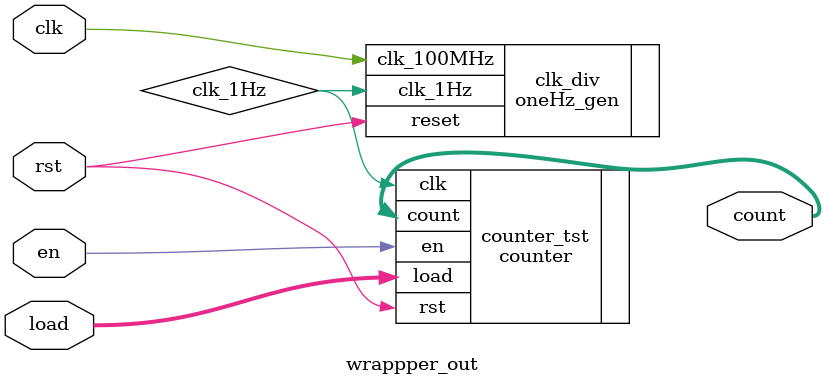
<source format=v>
`timescale 1ns / 1ps


module wrappper_out(input clk, input rst, input en, input [3:0] load, output [3:0] count);
oneHz_gen clk_div(.clk_100MHz(clk), .reset(rst), .clk_1Hz(clk_1Hz));
counter counter_tst( .clk(clk_1Hz), .rst(rst), .en(en), .load(load) , .count(count));
endmodule
</source>
